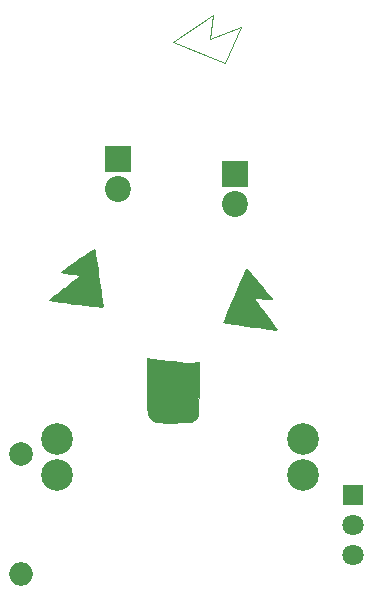
<source format=gbr>
G04 #@! TF.FileFunction,Soldermask,Top*
%FSLAX46Y46*%
G04 Gerber Fmt 4.6, Leading zero omitted, Abs format (unit mm)*
G04 Created by KiCad (PCBNEW 4.0.7) date 09/19/18 15:31:54*
%MOMM*%
%LPD*%
G01*
G04 APERTURE LIST*
%ADD10C,0.100000*%
%ADD11C,0.010000*%
%ADD12C,2.686000*%
%ADD13R,2.200000X2.200000*%
%ADD14C,2.200000*%
%ADD15C,2.000000*%
%ADD16O,2.000000X2.000000*%
%ADD17R,1.797000X1.797000*%
%ADD18C,1.797000*%
G04 APERTURE END LIST*
D10*
X95069873Y-84624552D02*
X93762074Y-87739917D01*
X92445497Y-85655799D02*
X95069873Y-84624552D01*
X93762074Y-87739917D02*
X89302191Y-85895626D01*
X92705502Y-83640111D02*
X92445497Y-85655799D01*
X89302191Y-85895626D02*
X92705502Y-83640111D01*
D11*
G36*
X87231388Y-112720361D02*
X87412084Y-112742431D01*
X87682745Y-112776438D01*
X88025390Y-112820111D01*
X88422038Y-112871178D01*
X88697267Y-112906866D01*
X89336731Y-112985385D01*
X89868584Y-113040114D01*
X90309697Y-113072422D01*
X90676942Y-113083677D01*
X90850235Y-113081491D01*
X91508297Y-113061750D01*
X91490023Y-115295566D01*
X91484915Y-115888013D01*
X91479725Y-116366850D01*
X91473609Y-116745462D01*
X91465725Y-117037235D01*
X91455230Y-117255557D01*
X91441282Y-117413815D01*
X91423037Y-117525394D01*
X91399654Y-117603681D01*
X91370288Y-117662062D01*
X91338112Y-117708566D01*
X91231345Y-117841841D01*
X91122696Y-117944756D01*
X90994429Y-118021407D01*
X90828809Y-118075893D01*
X90608100Y-118112308D01*
X90314566Y-118134749D01*
X89930472Y-118147313D01*
X89438082Y-118154097D01*
X89408000Y-118154380D01*
X88994690Y-118155817D01*
X88616323Y-118152646D01*
X88294218Y-118145406D01*
X88049696Y-118134631D01*
X87904075Y-118120860D01*
X87881997Y-118115957D01*
X87574213Y-117970111D01*
X87344570Y-117741954D01*
X87293018Y-117665500D01*
X87257035Y-117604493D01*
X87227713Y-117539023D01*
X87204244Y-117455913D01*
X87185818Y-117341986D01*
X87171630Y-117184065D01*
X87160869Y-116968972D01*
X87152729Y-116683532D01*
X87146400Y-116314567D01*
X87141076Y-115848901D01*
X87135948Y-115273356D01*
X87134332Y-115077875D01*
X87131080Y-114543958D01*
X87130263Y-114052189D01*
X87131740Y-113616495D01*
X87135366Y-113250805D01*
X87140999Y-112969046D01*
X87148495Y-112785145D01*
X87157712Y-112713031D01*
X87158637Y-112712500D01*
X87231388Y-112720361D01*
X87231388Y-112720361D01*
G37*
X87231388Y-112720361D02*
X87412084Y-112742431D01*
X87682745Y-112776438D01*
X88025390Y-112820111D01*
X88422038Y-112871178D01*
X88697267Y-112906866D01*
X89336731Y-112985385D01*
X89868584Y-113040114D01*
X90309697Y-113072422D01*
X90676942Y-113083677D01*
X90850235Y-113081491D01*
X91508297Y-113061750D01*
X91490023Y-115295566D01*
X91484915Y-115888013D01*
X91479725Y-116366850D01*
X91473609Y-116745462D01*
X91465725Y-117037235D01*
X91455230Y-117255557D01*
X91441282Y-117413815D01*
X91423037Y-117525394D01*
X91399654Y-117603681D01*
X91370288Y-117662062D01*
X91338112Y-117708566D01*
X91231345Y-117841841D01*
X91122696Y-117944756D01*
X90994429Y-118021407D01*
X90828809Y-118075893D01*
X90608100Y-118112308D01*
X90314566Y-118134749D01*
X89930472Y-118147313D01*
X89438082Y-118154097D01*
X89408000Y-118154380D01*
X88994690Y-118155817D01*
X88616323Y-118152646D01*
X88294218Y-118145406D01*
X88049696Y-118134631D01*
X87904075Y-118120860D01*
X87881997Y-118115957D01*
X87574213Y-117970111D01*
X87344570Y-117741954D01*
X87293018Y-117665500D01*
X87257035Y-117604493D01*
X87227713Y-117539023D01*
X87204244Y-117455913D01*
X87185818Y-117341986D01*
X87171630Y-117184065D01*
X87160869Y-116968972D01*
X87152729Y-116683532D01*
X87146400Y-116314567D01*
X87141076Y-115848901D01*
X87135948Y-115273356D01*
X87134332Y-115077875D01*
X87131080Y-114543958D01*
X87130263Y-114052189D01*
X87131740Y-113616495D01*
X87135366Y-113250805D01*
X87140999Y-112969046D01*
X87148495Y-112785145D01*
X87157712Y-112713031D01*
X87158637Y-112712500D01*
X87231388Y-112720361D01*
G36*
X95562912Y-105150626D02*
X95665658Y-105244542D01*
X95707796Y-105295945D01*
X95819881Y-105433637D01*
X95990533Y-105632687D01*
X96192128Y-105861178D01*
X96313074Y-105995412D01*
X96538764Y-106248693D01*
X96777657Y-106525173D01*
X97016016Y-106807947D01*
X97240104Y-107080110D01*
X97436184Y-107324757D01*
X97590517Y-107524983D01*
X97689368Y-107663884D01*
X97718999Y-107724553D01*
X97718606Y-107725060D01*
X97649123Y-107727610D01*
X97479933Y-107714968D01*
X97237109Y-107689514D01*
X96971464Y-107656875D01*
X96677483Y-107620921D01*
X96426810Y-107594792D01*
X96248011Y-107581174D01*
X96172564Y-107581730D01*
X96188677Y-107634670D01*
X96274059Y-107774020D01*
X96419351Y-107986456D01*
X96615192Y-108258657D01*
X96852223Y-108577301D01*
X97100538Y-108902500D01*
X97371503Y-109254961D01*
X97614875Y-109574861D01*
X97820357Y-109848394D01*
X97977652Y-110061751D01*
X98076462Y-110201125D01*
X98106876Y-110251875D01*
X98098460Y-110273472D01*
X98063063Y-110286059D01*
X97986471Y-110288288D01*
X97854468Y-110278810D01*
X97652840Y-110256278D01*
X97367370Y-110219344D01*
X96983845Y-110166660D01*
X96520000Y-110101398D01*
X96059497Y-110036646D01*
X95578174Y-109969647D01*
X95113525Y-109905573D01*
X94703044Y-109849596D01*
X94408625Y-109810113D01*
X94095881Y-109763811D01*
X93842373Y-109716706D01*
X93669776Y-109673460D01*
X93599766Y-109638731D01*
X93599238Y-109636113D01*
X93623312Y-109562699D01*
X93690958Y-109388449D01*
X93795508Y-109129163D01*
X93930288Y-108800645D01*
X94088628Y-108418696D01*
X94263857Y-107999117D01*
X94449304Y-107557711D01*
X94638298Y-107110279D01*
X94824168Y-106672624D01*
X95000242Y-106260546D01*
X95159850Y-105889847D01*
X95296320Y-105576331D01*
X95402981Y-105335797D01*
X95473163Y-105184049D01*
X95498558Y-105137195D01*
X95562912Y-105150626D01*
X95562912Y-105150626D01*
G37*
X95562912Y-105150626D02*
X95665658Y-105244542D01*
X95707796Y-105295945D01*
X95819881Y-105433637D01*
X95990533Y-105632687D01*
X96192128Y-105861178D01*
X96313074Y-105995412D01*
X96538764Y-106248693D01*
X96777657Y-106525173D01*
X97016016Y-106807947D01*
X97240104Y-107080110D01*
X97436184Y-107324757D01*
X97590517Y-107524983D01*
X97689368Y-107663884D01*
X97718999Y-107724553D01*
X97718606Y-107725060D01*
X97649123Y-107727610D01*
X97479933Y-107714968D01*
X97237109Y-107689514D01*
X96971464Y-107656875D01*
X96677483Y-107620921D01*
X96426810Y-107594792D01*
X96248011Y-107581174D01*
X96172564Y-107581730D01*
X96188677Y-107634670D01*
X96274059Y-107774020D01*
X96419351Y-107986456D01*
X96615192Y-108258657D01*
X96852223Y-108577301D01*
X97100538Y-108902500D01*
X97371503Y-109254961D01*
X97614875Y-109574861D01*
X97820357Y-109848394D01*
X97977652Y-110061751D01*
X98076462Y-110201125D01*
X98106876Y-110251875D01*
X98098460Y-110273472D01*
X98063063Y-110286059D01*
X97986471Y-110288288D01*
X97854468Y-110278810D01*
X97652840Y-110256278D01*
X97367370Y-110219344D01*
X96983845Y-110166660D01*
X96520000Y-110101398D01*
X96059497Y-110036646D01*
X95578174Y-109969647D01*
X95113525Y-109905573D01*
X94703044Y-109849596D01*
X94408625Y-109810113D01*
X94095881Y-109763811D01*
X93842373Y-109716706D01*
X93669776Y-109673460D01*
X93599766Y-109638731D01*
X93599238Y-109636113D01*
X93623312Y-109562699D01*
X93690958Y-109388449D01*
X93795508Y-109129163D01*
X93930288Y-108800645D01*
X94088628Y-108418696D01*
X94263857Y-107999117D01*
X94449304Y-107557711D01*
X94638298Y-107110279D01*
X94824168Y-106672624D01*
X95000242Y-106260546D01*
X95159850Y-105889847D01*
X95296320Y-105576331D01*
X95402981Y-105335797D01*
X95473163Y-105184049D01*
X95498558Y-105137195D01*
X95562912Y-105150626D01*
G36*
X82662186Y-103469019D02*
X82679801Y-103538562D01*
X82712134Y-103717058D01*
X82756736Y-103987627D01*
X82811158Y-104333389D01*
X82872949Y-104737463D01*
X82939659Y-105182967D01*
X83008840Y-105653023D01*
X83078041Y-106130748D01*
X83144813Y-106599263D01*
X83206705Y-107041686D01*
X83261269Y-107441138D01*
X83306054Y-107780737D01*
X83338611Y-108043603D01*
X83356490Y-108212855D01*
X83358718Y-108268735D01*
X83337695Y-108312059D01*
X83276059Y-108333440D01*
X83150564Y-108333667D01*
X82937968Y-108313529D01*
X82740500Y-108289695D01*
X82409475Y-108250449D01*
X82062804Y-108212888D01*
X81762304Y-108183623D01*
X81692750Y-108177642D01*
X81481981Y-108157291D01*
X81197056Y-108125504D01*
X80859482Y-108085127D01*
X80490772Y-108039009D01*
X80112435Y-107989995D01*
X79745983Y-107940934D01*
X79412924Y-107894671D01*
X79134771Y-107854055D01*
X78933033Y-107821931D01*
X78829221Y-107801148D01*
X78820287Y-107797454D01*
X78861717Y-107753727D01*
X78991356Y-107643260D01*
X79196427Y-107476327D01*
X79464151Y-107263196D01*
X79781750Y-107014140D01*
X80136446Y-106739430D01*
X80138805Y-106737614D01*
X80553787Y-106416115D01*
X80874655Y-106162499D01*
X81109677Y-105969507D01*
X81267125Y-105829880D01*
X81355268Y-105736359D01*
X81382375Y-105681684D01*
X81365407Y-105660939D01*
X81256966Y-105636999D01*
X81053193Y-105604478D01*
X80785071Y-105567970D01*
X80535267Y-105537863D01*
X80256069Y-105501472D01*
X80034125Y-105463562D01*
X79893104Y-105428807D01*
X79855214Y-105403585D01*
X79915502Y-105350227D01*
X80057986Y-105239986D01*
X80262197Y-105087581D01*
X80507668Y-104907731D01*
X80773929Y-104715153D01*
X81040514Y-104524566D01*
X81286952Y-104350689D01*
X81492778Y-104208240D01*
X81637521Y-104111937D01*
X81700714Y-104076500D01*
X81700734Y-104076500D01*
X81765805Y-104041572D01*
X81907023Y-103948350D01*
X82098511Y-103814175D01*
X82181722Y-103754134D01*
X82384932Y-103613240D01*
X82548420Y-103512784D01*
X82646695Y-103467888D01*
X82662186Y-103469019D01*
X82662186Y-103469019D01*
G37*
X82662186Y-103469019D02*
X82679801Y-103538562D01*
X82712134Y-103717058D01*
X82756736Y-103987627D01*
X82811158Y-104333389D01*
X82872949Y-104737463D01*
X82939659Y-105182967D01*
X83008840Y-105653023D01*
X83078041Y-106130748D01*
X83144813Y-106599263D01*
X83206705Y-107041686D01*
X83261269Y-107441138D01*
X83306054Y-107780737D01*
X83338611Y-108043603D01*
X83356490Y-108212855D01*
X83358718Y-108268735D01*
X83337695Y-108312059D01*
X83276059Y-108333440D01*
X83150564Y-108333667D01*
X82937968Y-108313529D01*
X82740500Y-108289695D01*
X82409475Y-108250449D01*
X82062804Y-108212888D01*
X81762304Y-108183623D01*
X81692750Y-108177642D01*
X81481981Y-108157291D01*
X81197056Y-108125504D01*
X80859482Y-108085127D01*
X80490772Y-108039009D01*
X80112435Y-107989995D01*
X79745983Y-107940934D01*
X79412924Y-107894671D01*
X79134771Y-107854055D01*
X78933033Y-107821931D01*
X78829221Y-107801148D01*
X78820287Y-107797454D01*
X78861717Y-107753727D01*
X78991356Y-107643260D01*
X79196427Y-107476327D01*
X79464151Y-107263196D01*
X79781750Y-107014140D01*
X80136446Y-106739430D01*
X80138805Y-106737614D01*
X80553787Y-106416115D01*
X80874655Y-106162499D01*
X81109677Y-105969507D01*
X81267125Y-105829880D01*
X81355268Y-105736359D01*
X81382375Y-105681684D01*
X81365407Y-105660939D01*
X81256966Y-105636999D01*
X81053193Y-105604478D01*
X80785071Y-105567970D01*
X80535267Y-105537863D01*
X80256069Y-105501472D01*
X80034125Y-105463562D01*
X79893104Y-105428807D01*
X79855214Y-105403585D01*
X79915502Y-105350227D01*
X80057986Y-105239986D01*
X80262197Y-105087581D01*
X80507668Y-104907731D01*
X80773929Y-104715153D01*
X81040514Y-104524566D01*
X81286952Y-104350689D01*
X81492778Y-104208240D01*
X81637521Y-104111937D01*
X81700714Y-104076500D01*
X81700734Y-104076500D01*
X81765805Y-104041572D01*
X81907023Y-103948350D01*
X82098511Y-103814175D01*
X82181722Y-103754134D01*
X82384932Y-103613240D01*
X82548420Y-103512784D01*
X82646695Y-103467888D01*
X82662186Y-103469019D01*
D12*
X100354000Y-122594000D03*
X79526000Y-122594000D03*
X100354000Y-119546000D03*
X79526000Y-119546000D03*
D13*
X84630000Y-95860000D03*
D14*
X84630000Y-98400000D03*
D13*
X94550000Y-97120000D03*
D14*
X94550000Y-99660000D03*
D15*
X76430000Y-120810000D03*
D16*
X76430000Y-130970000D03*
D17*
X104600000Y-124270000D03*
D18*
X104600000Y-126810000D03*
X104600000Y-129350000D03*
M02*

</source>
